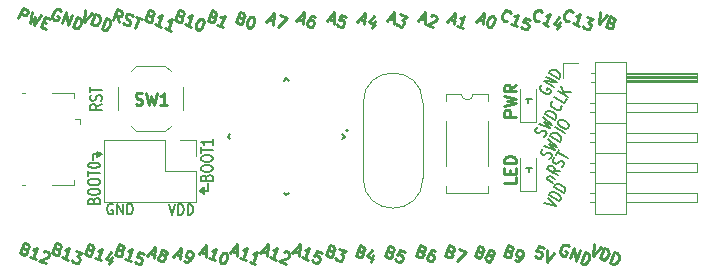
<source format=gto>
%TF.GenerationSoftware,KiCad,Pcbnew,4.0.7*%
%TF.CreationDate,2017-11-14T20:11:37+08:00*%
%TF.ProjectId,STM32F401CCT6,53544D333246343031434354362E6B69,rev?*%
%TF.FileFunction,Legend,Top*%
%FSLAX46Y46*%
G04 Gerber Fmt 4.6, Leading zero omitted, Abs format (unit mm)*
G04 Created by KiCad (PCBNEW 4.0.7) date 11/14/17 20:11:37*
%MOMM*%
%LPD*%
G01*
G04 APERTURE LIST*
%ADD10C,0.100000*%
%ADD11C,0.200000*%
%ADD12C,0.237500*%
%ADD13C,0.120000*%
%ADD14C,0.150000*%
%ADD15C,0.250000*%
G04 APERTURE END LIST*
D10*
D11*
X-6970000Y10790000D02*
X-6970000Y11130000D01*
X-7210000Y11130000D02*
X-6710000Y11130000D01*
X-6960000Y4960000D02*
X-6960000Y5300000D01*
X-7210000Y5300000D02*
X-6710000Y5300000D01*
X-5634228Y7914115D02*
X-5535846Y7989280D01*
X-5440608Y8154237D01*
X-5443752Y8244029D01*
X-5465943Y8300831D01*
X-5529374Y8381441D01*
X-5611853Y8429060D01*
X-5713379Y8443688D01*
X-5773666Y8434505D01*
X-5853001Y8392333D01*
X-5970431Y8284176D01*
X-6049766Y8242003D01*
X-6110052Y8232821D01*
X-6211578Y8247449D01*
X-6294057Y8295068D01*
X-6357488Y8375678D01*
X-6379680Y8432479D01*
X-6382823Y8522271D01*
X-6287585Y8687228D01*
X-6189203Y8762394D01*
X-6097109Y9017143D02*
X-5135846Y8682100D01*
X-5678245Y9171209D01*
X-4983465Y8946032D01*
X-5754252Y9610989D01*
X-4735846Y9374921D02*
X-5601871Y9874921D01*
X-5506633Y10039878D01*
X-5408251Y10115043D01*
X-5287677Y10133407D01*
X-5186151Y10118780D01*
X-5002146Y10056533D01*
X-4878427Y9985104D01*
X-4732518Y9856875D01*
X-4669087Y9776264D01*
X-4624704Y9662662D01*
X-4640608Y9539878D01*
X-4735846Y9374921D01*
X-4189753Y10511258D02*
X-4167561Y10454457D01*
X-4183465Y10331673D01*
X-4221560Y10265690D01*
X-4319942Y10190525D01*
X-4440516Y10172161D01*
X-4542042Y10186789D01*
X-4726046Y10249035D01*
X-4849765Y10320464D01*
X-4995675Y10448694D01*
X-5059106Y10529304D01*
X-5103489Y10642906D01*
X-5087585Y10765690D01*
X-5049490Y10831673D01*
X-4951108Y10906838D01*
X-4890821Y10916020D01*
X-3745369Y11090476D02*
X-3935846Y10760561D01*
X-4801871Y11260561D01*
X-3612036Y11321416D02*
X-4478061Y11821416D01*
X-3383465Y11717313D02*
X-4049765Y11706105D01*
X-4249490Y12217313D02*
X-3983189Y11535701D01*
X-42169523Y2200000D02*
X-42245714Y2242857D01*
X-42359999Y2242857D01*
X-42474285Y2200000D01*
X-42550476Y2114286D01*
X-42588571Y2028571D01*
X-42626666Y1857143D01*
X-42626666Y1728571D01*
X-42588571Y1557143D01*
X-42550476Y1471429D01*
X-42474285Y1385714D01*
X-42359999Y1342857D01*
X-42283809Y1342857D01*
X-42169523Y1385714D01*
X-42131428Y1428571D01*
X-42131428Y1728571D01*
X-42283809Y1728571D01*
X-41788571Y1342857D02*
X-41788571Y2242857D01*
X-41331428Y1342857D01*
X-41331428Y2242857D01*
X-40950476Y1342857D02*
X-40950476Y2242857D01*
X-40760000Y2242857D01*
X-40645714Y2200000D01*
X-40569523Y2114286D01*
X-40531428Y2028571D01*
X-40493333Y1857143D01*
X-40493333Y1728571D01*
X-40531428Y1557143D01*
X-40569523Y1471429D01*
X-40645714Y1385714D01*
X-40760000Y1342857D01*
X-40950476Y1342857D01*
X-34233429Y4475334D02*
X-34185810Y4589620D01*
X-34138190Y4627715D01*
X-34042952Y4665810D01*
X-33900095Y4665810D01*
X-33804857Y4627715D01*
X-33757238Y4589620D01*
X-33709619Y4513429D01*
X-33709619Y4208667D01*
X-34709619Y4208667D01*
X-34709619Y4475334D01*
X-34662000Y4551524D01*
X-34614381Y4589620D01*
X-34519143Y4627715D01*
X-34423905Y4627715D01*
X-34328667Y4589620D01*
X-34281048Y4551524D01*
X-34233429Y4475334D01*
X-34233429Y4208667D01*
X-34709619Y5161048D02*
X-34709619Y5313429D01*
X-34662000Y5389620D01*
X-34566762Y5465810D01*
X-34376286Y5503905D01*
X-34042952Y5503905D01*
X-33852476Y5465810D01*
X-33757238Y5389620D01*
X-33709619Y5313429D01*
X-33709619Y5161048D01*
X-33757238Y5084858D01*
X-33852476Y5008667D01*
X-34042952Y4970572D01*
X-34376286Y4970572D01*
X-34566762Y5008667D01*
X-34662000Y5084858D01*
X-34709619Y5161048D01*
X-34709619Y5999143D02*
X-34709619Y6151524D01*
X-34662000Y6227715D01*
X-34566762Y6303905D01*
X-34376286Y6342000D01*
X-34042952Y6342000D01*
X-33852476Y6303905D01*
X-33757238Y6227715D01*
X-33709619Y6151524D01*
X-33709619Y5999143D01*
X-33757238Y5922953D01*
X-33852476Y5846762D01*
X-34042952Y5808667D01*
X-34376286Y5808667D01*
X-34566762Y5846762D01*
X-34662000Y5922953D01*
X-34709619Y5999143D01*
X-34709619Y6570571D02*
X-34709619Y7027714D01*
X-33709619Y6799143D02*
X-34709619Y6799143D01*
X-33709619Y7713429D02*
X-33709619Y7256286D01*
X-33709619Y7484857D02*
X-34709619Y7484857D01*
X-34566762Y7408667D01*
X-34471524Y7332476D01*
X-34423905Y7256286D01*
X-43089619Y10683905D02*
X-43565810Y10417238D01*
X-43089619Y10226762D02*
X-44089619Y10226762D01*
X-44089619Y10531524D01*
X-44042000Y10607715D01*
X-43994381Y10645810D01*
X-43899143Y10683905D01*
X-43756286Y10683905D01*
X-43661048Y10645810D01*
X-43613429Y10607715D01*
X-43565810Y10531524D01*
X-43565810Y10226762D01*
X-43137238Y10988667D02*
X-43089619Y11102953D01*
X-43089619Y11293429D01*
X-43137238Y11369619D01*
X-43184857Y11407715D01*
X-43280095Y11445810D01*
X-43375333Y11445810D01*
X-43470571Y11407715D01*
X-43518190Y11369619D01*
X-43565810Y11293429D01*
X-43613429Y11141048D01*
X-43661048Y11064857D01*
X-43708667Y11026762D01*
X-43803905Y10988667D01*
X-43899143Y10988667D01*
X-43994381Y11026762D01*
X-44042000Y11064857D01*
X-44089619Y11141048D01*
X-44089619Y11331524D01*
X-44042000Y11445810D01*
X-44089619Y11674381D02*
X-44089619Y12131524D01*
X-43089619Y11902953D02*
X-44089619Y11902953D01*
X-43852000Y6112000D02*
X-43852000Y5942000D01*
X-34432000Y3112000D02*
X-34812000Y3362000D01*
X-34452000Y3632000D02*
X-34432000Y3112000D01*
X-34822000Y3322000D02*
X-34452000Y3632000D01*
X-34092000Y3362000D02*
X-34822000Y3322000D01*
X-34072000Y3992000D02*
X-34092000Y3362000D01*
X-43092000Y6432000D02*
X-43512000Y6662000D01*
X-43522000Y6192000D02*
X-43092000Y6432000D01*
X-43522000Y6652000D02*
X-43522000Y6192000D01*
X-43202000Y6462000D02*
X-43522000Y6652000D01*
X-43852000Y6452000D02*
X-43202000Y6462000D01*
X-43852000Y6122000D02*
X-43852000Y6452000D01*
X-43773429Y2505334D02*
X-43725810Y2619620D01*
X-43678190Y2657715D01*
X-43582952Y2695810D01*
X-43440095Y2695810D01*
X-43344857Y2657715D01*
X-43297238Y2619620D01*
X-43249619Y2543429D01*
X-43249619Y2238667D01*
X-44249619Y2238667D01*
X-44249619Y2505334D01*
X-44202000Y2581524D01*
X-44154381Y2619620D01*
X-44059143Y2657715D01*
X-43963905Y2657715D01*
X-43868667Y2619620D01*
X-43821048Y2581524D01*
X-43773429Y2505334D01*
X-43773429Y2238667D01*
X-44249619Y3191048D02*
X-44249619Y3343429D01*
X-44202000Y3419620D01*
X-44106762Y3495810D01*
X-43916286Y3533905D01*
X-43582952Y3533905D01*
X-43392476Y3495810D01*
X-43297238Y3419620D01*
X-43249619Y3343429D01*
X-43249619Y3191048D01*
X-43297238Y3114858D01*
X-43392476Y3038667D01*
X-43582952Y3000572D01*
X-43916286Y3000572D01*
X-44106762Y3038667D01*
X-44202000Y3114858D01*
X-44249619Y3191048D01*
X-44249619Y4029143D02*
X-44249619Y4181524D01*
X-44202000Y4257715D01*
X-44106762Y4333905D01*
X-43916286Y4372000D01*
X-43582952Y4372000D01*
X-43392476Y4333905D01*
X-43297238Y4257715D01*
X-43249619Y4181524D01*
X-43249619Y4029143D01*
X-43297238Y3952953D01*
X-43392476Y3876762D01*
X-43582952Y3838667D01*
X-43916286Y3838667D01*
X-44106762Y3876762D01*
X-44202000Y3952953D01*
X-44249619Y4029143D01*
X-44249619Y4600571D02*
X-44249619Y5057714D01*
X-43249619Y4829143D02*
X-44249619Y4829143D01*
X-44249619Y5476762D02*
X-44249619Y5552953D01*
X-44202000Y5629143D01*
X-44154381Y5667238D01*
X-44059143Y5705334D01*
X-43868667Y5743429D01*
X-43630571Y5743429D01*
X-43440095Y5705334D01*
X-43344857Y5667238D01*
X-43297238Y5629143D01*
X-43249619Y5552953D01*
X-43249619Y5476762D01*
X-43297238Y5400572D01*
X-43344857Y5362476D01*
X-43440095Y5324381D01*
X-43630571Y5286286D01*
X-43868667Y5286286D01*
X-44059143Y5324381D01*
X-44154381Y5362476D01*
X-44202000Y5400572D01*
X-44249619Y5476762D01*
X-37406667Y2212857D02*
X-37140000Y1312857D01*
X-36873333Y2212857D01*
X-36606667Y1312857D02*
X-36606667Y2212857D01*
X-36416191Y2212857D01*
X-36301905Y2170000D01*
X-36225714Y2084286D01*
X-36187619Y1998571D01*
X-36149524Y1827143D01*
X-36149524Y1698571D01*
X-36187619Y1527143D01*
X-36225714Y1441429D01*
X-36301905Y1355714D01*
X-36416191Y1312857D01*
X-36606667Y1312857D01*
X-35806667Y1312857D02*
X-35806667Y2212857D01*
X-35616191Y2212857D01*
X-35501905Y2170000D01*
X-35425714Y2084286D01*
X-35387619Y1998571D01*
X-35349524Y1827143D01*
X-35349524Y1698571D01*
X-35387619Y1527143D01*
X-35425714Y1441429D01*
X-35501905Y1355714D01*
X-35616191Y1312857D01*
X-35806667Y1312857D01*
X-5617585Y2290049D02*
X-4618227Y2020989D01*
X-5350918Y2751930D01*
X-4351560Y2482869D02*
X-5217585Y2982869D01*
X-5122347Y3147826D01*
X-5023965Y3222991D01*
X-4903391Y3241356D01*
X-4801865Y3226728D01*
X-4617861Y3164481D01*
X-4494142Y3093052D01*
X-4348232Y2964823D01*
X-4284801Y2884213D01*
X-4240418Y2770610D01*
X-4256322Y2647826D01*
X-4351560Y2482869D01*
X-3951560Y3175689D02*
X-4817585Y3675689D01*
X-4722347Y3840646D01*
X-4623965Y3915812D01*
X-4503391Y3934176D01*
X-4401865Y3919548D01*
X-4217861Y3857301D01*
X-4094142Y3785872D01*
X-3948232Y3657643D01*
X-3884801Y3577033D01*
X-3840418Y3463431D01*
X-3856322Y3340646D01*
X-3951560Y3175689D01*
X-5434149Y4358425D02*
X-4856798Y4025092D01*
X-5351670Y4310806D02*
X-5373862Y4367607D01*
X-5377006Y4457400D01*
X-5319863Y4556374D01*
X-5240528Y4598547D01*
X-5139002Y4583920D01*
X-4685370Y4322015D01*
X-4266322Y5047827D02*
X-4812049Y5054982D01*
X-4494893Y4651930D02*
X-5360918Y5151930D01*
X-5208537Y5415861D01*
X-5129203Y5458035D01*
X-5068916Y5467217D01*
X-4967390Y5452589D01*
X-4843672Y5381161D01*
X-4780241Y5300550D01*
X-4758049Y5243750D01*
X-4754906Y5153957D01*
X-4907287Y4890025D01*
X-4155180Y5335568D02*
X-4056798Y5410733D01*
X-3961560Y5575690D01*
X-3964704Y5665482D01*
X-3986895Y5722284D01*
X-4050326Y5802894D01*
X-4132805Y5850513D01*
X-4234331Y5865141D01*
X-4294618Y5855958D01*
X-4373953Y5813786D01*
X-4491383Y5705629D01*
X-4570718Y5663456D01*
X-4631004Y5654274D01*
X-4732530Y5668902D01*
X-4815009Y5716521D01*
X-4878440Y5797131D01*
X-4900632Y5853932D01*
X-4903775Y5943724D01*
X-4808537Y6108682D01*
X-4710155Y6183847D01*
X-4637109Y6405604D02*
X-4408537Y6801502D01*
X-3656798Y6103554D02*
X-4522823Y6603554D01*
X-5197085Y6059500D02*
X-5098703Y6134665D01*
X-5003465Y6299622D01*
X-5006609Y6389414D01*
X-5028800Y6446216D01*
X-5092231Y6526826D01*
X-5174710Y6574445D01*
X-5276236Y6589073D01*
X-5336523Y6579890D01*
X-5415858Y6537717D01*
X-5533288Y6429561D01*
X-5612623Y6387387D01*
X-5672909Y6378206D01*
X-5774435Y6392833D01*
X-5856914Y6440452D01*
X-5920345Y6521063D01*
X-5942537Y6577863D01*
X-5945680Y6667656D01*
X-5850442Y6832613D01*
X-5752060Y6907778D01*
X-5659966Y7162528D02*
X-4698703Y6827485D01*
X-5241102Y7316594D01*
X-4546322Y7091417D01*
X-5317109Y7756374D01*
X-4298703Y7520306D02*
X-5164728Y8020306D01*
X-5069490Y8185263D01*
X-4971108Y8260428D01*
X-4850534Y8278792D01*
X-4749008Y8264164D01*
X-4565003Y8201918D01*
X-4441284Y8130489D01*
X-4295375Y8002259D01*
X-4231944Y7921649D01*
X-4187561Y7808047D01*
X-4203465Y7685263D01*
X-4298703Y7520306D01*
X-3898703Y8213126D02*
X-4764728Y8713126D01*
X-4498061Y9175006D02*
X-4421871Y9306972D01*
X-4342536Y9349145D01*
X-4221963Y9367509D01*
X-4037958Y9305262D01*
X-3749282Y9138595D01*
X-3603373Y9010366D01*
X-3558989Y8896764D01*
X-3555846Y8806972D01*
X-3632036Y8675006D01*
X-3711370Y8632833D01*
X-3831944Y8614468D01*
X-4015949Y8676715D01*
X-4304625Y8843382D01*
X-4450534Y8971611D01*
X-4494917Y9085214D01*
X-4498061Y9175006D01*
X-5837774Y12272138D02*
X-5917109Y12229964D01*
X-5974251Y12130990D01*
X-5990155Y12008206D01*
X-5945772Y11894604D01*
X-5882341Y11813993D01*
X-5736432Y11685764D01*
X-5612713Y11614335D01*
X-5428708Y11552088D01*
X-5327182Y11537461D01*
X-5206608Y11555825D01*
X-5108226Y11630990D01*
X-5070131Y11696973D01*
X-5054227Y11819757D01*
X-5076419Y11876557D01*
X-5365094Y12043224D01*
X-5441284Y11911258D01*
X-4822512Y12125861D02*
X-5688537Y12625861D01*
X-4593941Y12521759D01*
X-5459966Y13021759D01*
X-4403465Y12851673D02*
X-5269490Y13351673D01*
X-5174252Y13516630D01*
X-5075870Y13591795D01*
X-4955296Y13610159D01*
X-4853770Y13595531D01*
X-4669765Y13533285D01*
X-4546046Y13461856D01*
X-4400137Y13333626D01*
X-4336706Y13253016D01*
X-4292323Y13139414D01*
X-4308227Y13016630D01*
X-4403465Y12851673D01*
D12*
X-50153481Y17949087D02*
X-49797605Y18829912D01*
X-49462052Y18694340D01*
X-49395111Y18618503D01*
X-49370112Y18559612D01*
X-49362061Y18458778D01*
X-49412901Y18332945D01*
X-49488738Y18266003D01*
X-49547629Y18241006D01*
X-49648464Y18232955D01*
X-49984016Y18368527D01*
X-49000668Y18507928D02*
X-49146824Y17542371D01*
X-48724850Y18103746D01*
X-48811271Y17406799D01*
X-48245675Y18202891D01*
X-48079588Y17647879D02*
X-47785980Y17529254D01*
X-47846559Y17017030D02*
X-48266000Y17186495D01*
X-47910124Y18067320D01*
X-47490683Y17897855D01*
X-46563166Y18571556D02*
X-46630108Y18647393D01*
X-46755940Y18698233D01*
X-46898718Y18707128D01*
X-47016499Y18657133D01*
X-47092337Y18590192D01*
X-47202067Y18439362D01*
X-47252906Y18313530D01*
X-47278748Y18128808D01*
X-47270697Y18027972D01*
X-47220702Y17910191D01*
X-47111816Y17817408D01*
X-47027928Y17783515D01*
X-46885149Y17774619D01*
X-46826259Y17799617D01*
X-46707633Y18093225D01*
X-46875410Y18161011D01*
X-46482656Y17563211D02*
X-46126780Y18444035D01*
X-45979327Y17359853D01*
X-45623451Y18240677D01*
X-45559888Y17190388D02*
X-45204011Y18071213D01*
X-44994291Y17986480D01*
X-44885405Y17893697D01*
X-44835410Y17775916D01*
X-44827358Y17675081D01*
X-44853201Y17490358D01*
X-44904040Y17364526D01*
X-45013770Y17213697D01*
X-45089608Y17146755D01*
X-45207389Y17096760D01*
X-45350167Y17105655D01*
X-45559888Y17190388D01*
X-44509549Y18676858D02*
X-44571816Y17677408D01*
X-43922332Y18439607D01*
X-43984600Y17440157D02*
X-43628724Y18320982D01*
X-43419003Y18236249D01*
X-43310118Y18143466D01*
X-43260123Y18025685D01*
X-43252071Y17924850D01*
X-43277913Y17740127D01*
X-43328753Y17614295D01*
X-43438482Y17463466D01*
X-43514320Y17396524D01*
X-43632101Y17346529D01*
X-43774880Y17355425D01*
X-43984600Y17440157D01*
X-43103776Y17084281D02*
X-42747899Y17965106D01*
X-42538179Y17880373D01*
X-42429293Y17787590D01*
X-42379298Y17669809D01*
X-42371246Y17568974D01*
X-42397089Y17384251D01*
X-42447928Y17258419D01*
X-42557658Y17107590D01*
X-42633496Y17040648D01*
X-42751277Y16990653D01*
X-42894055Y16999548D01*
X-43103776Y17084281D01*
X-41643348Y17636416D02*
X-41767492Y18174482D01*
X-42146677Y17839774D02*
X-41790801Y18720599D01*
X-41455248Y18585027D01*
X-41388307Y18509190D01*
X-41363309Y18450299D01*
X-41355258Y18349465D01*
X-41406097Y18223632D01*
X-41481934Y18156691D01*
X-41540825Y18131694D01*
X-41641660Y18123643D01*
X-41977212Y18259215D01*
X-41290850Y17542789D02*
X-41181964Y17450005D01*
X-40972244Y17365273D01*
X-40871410Y17373324D01*
X-40812519Y17398321D01*
X-40736681Y17465262D01*
X-40702788Y17549151D01*
X-40710840Y17649986D01*
X-40735838Y17708876D01*
X-40802779Y17784713D01*
X-40953608Y17894443D01*
X-41020550Y17970280D01*
X-41045548Y18029170D01*
X-41053599Y18130006D01*
X-41019706Y18213893D01*
X-40943869Y18280835D01*
X-40884978Y18305832D01*
X-40784143Y18313883D01*
X-40574424Y18229151D01*
X-40465537Y18136367D01*
X-40196927Y18076632D02*
X-39693599Y17873275D01*
X-40301139Y17094129D02*
X-39945263Y17974953D01*
X-38970545Y18126426D02*
X-38861660Y18033643D01*
X-38836661Y17974752D01*
X-38828610Y17873918D01*
X-38879450Y17748085D01*
X-38955287Y17681143D01*
X-39014178Y17656146D01*
X-39115013Y17648095D01*
X-39450565Y17783667D01*
X-39094689Y18664492D01*
X-38801080Y18545866D01*
X-38734139Y18470030D01*
X-38709141Y18411139D01*
X-38701089Y18310304D01*
X-38734982Y18226417D01*
X-38810820Y18159475D01*
X-38869711Y18134477D01*
X-38970545Y18126426D01*
X-39264154Y18245052D01*
X-38108355Y17241379D02*
X-38611684Y17444737D01*
X-38360020Y17343058D02*
X-38004143Y18223883D01*
X-38138871Y18131944D01*
X-38256651Y18081949D01*
X-38357487Y18073898D01*
X-37269474Y16902449D02*
X-37772804Y17105808D01*
X-37521139Y17004129D02*
X-37165263Y17884953D01*
X-37299990Y17793014D01*
X-37417771Y17743019D01*
X-37518606Y17734969D01*
X-36420545Y18116426D02*
X-36311660Y18023643D01*
X-36286661Y17964752D01*
X-36278610Y17863918D01*
X-36329450Y17738085D01*
X-36405287Y17671143D01*
X-36464178Y17646146D01*
X-36565013Y17638095D01*
X-36900565Y17773667D01*
X-36544689Y18654492D01*
X-36251080Y18535866D01*
X-36184139Y18460030D01*
X-36159141Y18401139D01*
X-36151089Y18300304D01*
X-36184982Y18216417D01*
X-36260820Y18149475D01*
X-36319711Y18124477D01*
X-36420545Y18116426D01*
X-36714154Y18235052D01*
X-35558355Y17231379D02*
X-36061684Y17434737D01*
X-35810020Y17333058D02*
X-35454143Y18213883D01*
X-35588871Y18121944D01*
X-35706651Y18071949D01*
X-35807487Y18063898D01*
X-34657207Y17891900D02*
X-34573319Y17858007D01*
X-34506377Y17782170D01*
X-34481380Y17723280D01*
X-34473329Y17622445D01*
X-34499170Y17437722D01*
X-34583902Y17228002D01*
X-34693633Y17077172D01*
X-34769470Y17010231D01*
X-34828361Y16985233D01*
X-34929195Y16977182D01*
X-35013083Y17011075D01*
X-35080024Y17086912D01*
X-35105022Y17145802D01*
X-35113074Y17246637D01*
X-35087232Y17431360D01*
X-35002499Y17641080D01*
X-34892769Y17791910D01*
X-34816931Y17858851D01*
X-34758041Y17883849D01*
X-34657207Y17891900D01*
X-33661105Y18076961D02*
X-33552219Y17984178D01*
X-33527221Y17925287D01*
X-33519170Y17824453D01*
X-33570010Y17698620D01*
X-33645847Y17631679D01*
X-33704738Y17606681D01*
X-33805572Y17598630D01*
X-34141125Y17734202D01*
X-33785248Y18615027D01*
X-33491640Y18496401D01*
X-33424698Y18420565D01*
X-33399701Y18361674D01*
X-33391649Y18260840D01*
X-33425542Y18176952D01*
X-33501380Y18110010D01*
X-33560270Y18085012D01*
X-33661105Y18076961D01*
X-33954713Y18195587D01*
X-32798915Y17191914D02*
X-33302244Y17395273D01*
X-33050579Y17293593D02*
X-32694703Y18174418D01*
X-32829430Y18082479D01*
X-32947211Y18032484D01*
X-33048046Y18024434D01*
X-31281105Y17956961D02*
X-31172219Y17864178D01*
X-31147221Y17805287D01*
X-31139170Y17704453D01*
X-31190010Y17578620D01*
X-31265847Y17511679D01*
X-31324738Y17486681D01*
X-31425572Y17478630D01*
X-31761125Y17614202D01*
X-31405248Y18495027D01*
X-31111640Y18376401D01*
X-31044698Y18300565D01*
X-31019701Y18241674D01*
X-31011649Y18140840D01*
X-31045542Y18056952D01*
X-31121380Y17990010D01*
X-31180270Y17965012D01*
X-31281105Y17956961D01*
X-31574713Y18075587D01*
X-30356647Y18071365D02*
X-30272759Y18037472D01*
X-30205818Y17961635D01*
X-30180820Y17902744D01*
X-30172769Y17801910D01*
X-30198610Y17617187D01*
X-30283343Y17407467D01*
X-30393074Y17256637D01*
X-30468911Y17189696D01*
X-30527801Y17164698D01*
X-30628635Y17156647D01*
X-30712523Y17190540D01*
X-30779465Y17266377D01*
X-30804462Y17325267D01*
X-30812514Y17426102D01*
X-30786672Y17610825D01*
X-30701940Y17820545D01*
X-30592210Y17971375D01*
X-30516372Y18038316D01*
X-30457481Y18063314D01*
X-30356647Y18071365D01*
X-29008474Y17867394D02*
X-28589033Y17697929D01*
X-29194041Y17649622D02*
X-28544556Y18411821D01*
X-28606824Y17412371D01*
X-28041228Y18208463D02*
X-27454010Y17971212D01*
X-28187383Y17242906D01*
X-26448474Y17917394D02*
X-26029033Y17747929D01*
X-26634041Y17699622D02*
X-25984556Y18461821D01*
X-26046824Y17462371D01*
X-25019843Y18072052D02*
X-25187619Y18139838D01*
X-25288453Y18131787D01*
X-25347344Y18106789D01*
X-25482072Y18014851D01*
X-25591802Y17864020D01*
X-25727374Y17528468D01*
X-25719323Y17427634D01*
X-25694325Y17368743D01*
X-25627383Y17292906D01*
X-25459607Y17225120D01*
X-25358773Y17233171D01*
X-25299883Y17258169D01*
X-25224045Y17325110D01*
X-25139312Y17534830D01*
X-25147364Y17635665D01*
X-25172362Y17694556D01*
X-25239303Y17770392D01*
X-25407079Y17838178D01*
X-25507913Y17830127D01*
X-25566805Y17805130D01*
X-25642641Y17738189D01*
X-23858474Y17917394D02*
X-23439033Y17747929D01*
X-24044041Y17699622D02*
X-23394556Y18461821D01*
X-23456824Y17462371D01*
X-22387899Y18055106D02*
X-22807340Y18224570D01*
X-23018748Y17822077D01*
X-22959858Y17847074D01*
X-22859023Y17855125D01*
X-22649303Y17770392D01*
X-22582362Y17694556D01*
X-22557364Y17635665D01*
X-22549312Y17534830D01*
X-22634045Y17325110D01*
X-22709883Y17258169D01*
X-22768773Y17233171D01*
X-22869607Y17225120D01*
X-23079327Y17309853D01*
X-23146269Y17385690D01*
X-23171267Y17444580D01*
X-21268474Y17897394D02*
X-20849033Y17727929D01*
X-21454041Y17679622D02*
X-20804556Y18441821D01*
X-20866824Y17442371D01*
X-19958469Y17758443D02*
X-20195719Y17171227D01*
X-20032616Y18178728D02*
X-20496534Y17634301D01*
X-19951261Y17413996D01*
X-18788474Y17937394D02*
X-18369033Y17767929D01*
X-18974041Y17719622D02*
X-18324556Y18481821D01*
X-18386824Y17482371D01*
X-17821228Y18278463D02*
X-17275954Y18058159D01*
X-17705135Y17841232D01*
X-17579303Y17790392D01*
X-17512362Y17714556D01*
X-17487364Y17655665D01*
X-17479312Y17554830D01*
X-17564045Y17345110D01*
X-17639883Y17278169D01*
X-17698773Y17253171D01*
X-17799607Y17245120D01*
X-18051271Y17346799D01*
X-18118213Y17422636D01*
X-18143211Y17481527D01*
X-16168474Y17937394D02*
X-15749033Y17767929D01*
X-16354041Y17719622D02*
X-15704556Y18481821D01*
X-15766824Y17482371D01*
X-15193176Y18177629D02*
X-15134286Y18202627D01*
X-15033451Y18210677D01*
X-14823731Y18125945D01*
X-14756790Y18050108D01*
X-14731792Y17991218D01*
X-14723740Y17890383D01*
X-14757633Y17806495D01*
X-14850418Y17697609D01*
X-15557104Y17397639D01*
X-15011831Y17177334D01*
X-13648474Y17887394D02*
X-13229033Y17717929D01*
X-13834041Y17669622D02*
X-13184556Y18431821D01*
X-13246824Y17432371D01*
X-12491831Y17127334D02*
X-12995160Y17330692D01*
X-12743495Y17229013D02*
X-12387619Y18109838D01*
X-12522346Y18017899D01*
X-12640127Y17967904D01*
X-12740962Y17959853D01*
X-11228474Y17887394D02*
X-10809033Y17717929D01*
X-11414041Y17669622D02*
X-10764556Y18431821D01*
X-10826824Y17432371D01*
X-10009563Y18126784D02*
X-9925675Y18092891D01*
X-9858734Y18017055D01*
X-9833736Y17958164D01*
X-9825685Y17857330D01*
X-9851526Y17672606D01*
X-9936259Y17462887D01*
X-10045990Y17312057D01*
X-10121827Y17245115D01*
X-10180717Y17220118D01*
X-10281551Y17212067D01*
X-10365439Y17245960D01*
X-10432381Y17321796D01*
X-10457378Y17380687D01*
X-10465430Y17481522D01*
X-10439588Y17666245D01*
X-10354856Y17875964D01*
X-10245125Y18026795D01*
X-10169288Y18093736D01*
X-10110397Y18118733D01*
X-10009563Y18126784D01*
X-8763343Y17714197D02*
X-8822233Y17689199D01*
X-8965013Y17698095D01*
X-9048900Y17731988D01*
X-9157786Y17824771D01*
X-9207781Y17942552D01*
X-9215832Y18043388D01*
X-9189991Y18228110D01*
X-9139151Y18353942D01*
X-9029421Y18504772D01*
X-8953583Y18571713D01*
X-8835802Y18621708D01*
X-8693024Y18612813D01*
X-8609136Y18578920D01*
X-8500250Y18486136D01*
X-8475252Y18427246D01*
X-7958355Y17291379D02*
X-8461684Y17494737D01*
X-8210020Y17393058D02*
X-7854143Y18273883D01*
X-7988871Y18181944D01*
X-8106651Y18131949D01*
X-8207487Y18123898D01*
X-6805543Y17850221D02*
X-7224983Y18019686D01*
X-7436392Y17617192D01*
X-7377502Y17642189D01*
X-7276667Y17650240D01*
X-7066947Y17565508D01*
X-7000005Y17489671D01*
X-6975008Y17430781D01*
X-6966956Y17329946D01*
X-7051689Y17120225D01*
X-7127526Y17053284D01*
X-7186417Y17028287D01*
X-7287251Y17020236D01*
X-7496971Y17104968D01*
X-7563913Y17180805D01*
X-7588911Y17239696D01*
X-6083343Y17744197D02*
X-6142233Y17719199D01*
X-6285013Y17728095D01*
X-6368900Y17761988D01*
X-6477786Y17854771D01*
X-6527781Y17972552D01*
X-6535832Y18073388D01*
X-6509991Y18258110D01*
X-6459151Y18383942D01*
X-6349421Y18534772D01*
X-6273583Y18601713D01*
X-6155802Y18651708D01*
X-6013024Y18642813D01*
X-5929136Y18608920D01*
X-5820250Y18516136D01*
X-5795252Y18457246D01*
X-5278355Y17321379D02*
X-5781684Y17524737D01*
X-5530020Y17423058D02*
X-5174143Y18303883D01*
X-5308871Y18211944D01*
X-5426651Y18161949D01*
X-5527487Y18153898D01*
X-4286112Y17603559D02*
X-4523363Y17016343D01*
X-4360260Y18023844D02*
X-4824178Y17479416D01*
X-4278905Y17259112D01*
X-3503343Y17734197D02*
X-3562233Y17709199D01*
X-3705013Y17718095D01*
X-3788900Y17751988D01*
X-3897786Y17844771D01*
X-3947781Y17962552D01*
X-3955832Y18063388D01*
X-3929991Y18248110D01*
X-3879151Y18373942D01*
X-3769421Y18524772D01*
X-3693583Y18591713D01*
X-3575802Y18641708D01*
X-3433024Y18632813D01*
X-3349136Y18598920D01*
X-3240250Y18506136D01*
X-3215252Y18447246D01*
X-2698355Y17311379D02*
X-3201684Y17514737D01*
X-2950020Y17413058D02*
X-2594143Y18293883D01*
X-2728871Y18201944D01*
X-2846651Y18151949D01*
X-2947487Y18143898D01*
X-2048871Y18073579D02*
X-1503598Y17853274D01*
X-1932779Y17636347D01*
X-1806947Y17585508D01*
X-1740005Y17509671D01*
X-1715008Y17450781D01*
X-1706956Y17349946D01*
X-1791689Y17140225D01*
X-1867526Y17073284D01*
X-1926417Y17048287D01*
X-2027251Y17040236D01*
X-2278915Y17141914D01*
X-2345857Y17217752D01*
X-2370855Y17276642D01*
X-949136Y18478920D02*
X-1011404Y17479470D01*
X-361919Y18241669D01*
X55832Y17584978D02*
X164717Y17492194D01*
X189716Y17433304D01*
X197767Y17332469D01*
X146927Y17206637D01*
X71090Y17139695D01*
X12199Y17114698D01*
X-88635Y17106647D01*
X-424188Y17242219D01*
X-68312Y18123044D01*
X225297Y18004418D01*
X292238Y17928581D01*
X317236Y17869691D01*
X325288Y17768856D01*
X291395Y17684968D01*
X215557Y17618026D01*
X156666Y17593029D01*
X55832Y17584978D01*
X-237777Y17703603D01*
X-49540545Y-1573574D02*
X-49431660Y-1666357D01*
X-49406661Y-1725248D01*
X-49398610Y-1826082D01*
X-49449450Y-1951915D01*
X-49525287Y-2018857D01*
X-49584178Y-2043854D01*
X-49685013Y-2051905D01*
X-50020565Y-1916333D01*
X-49664689Y-1035508D01*
X-49371080Y-1154134D01*
X-49304139Y-1229970D01*
X-49279141Y-1288861D01*
X-49271089Y-1389696D01*
X-49304982Y-1473583D01*
X-49380820Y-1540525D01*
X-49439711Y-1565523D01*
X-49540545Y-1573574D01*
X-49834154Y-1454948D01*
X-48678355Y-2458621D02*
X-49181684Y-2255263D01*
X-48930020Y-2356942D02*
X-48574143Y-1476117D01*
X-48708871Y-1568056D01*
X-48826651Y-1618051D01*
X-48927487Y-1626102D01*
X-48020820Y-1797256D02*
X-47961930Y-1772258D01*
X-47861095Y-1764207D01*
X-47651375Y-1848940D01*
X-47584433Y-1924777D01*
X-47559436Y-1983667D01*
X-47551384Y-2084502D01*
X-47585277Y-2168390D01*
X-47678061Y-2277275D01*
X-48384748Y-2577246D01*
X-47839474Y-2797551D01*
X-46830545Y-1603574D02*
X-46721660Y-1696357D01*
X-46696661Y-1755248D01*
X-46688610Y-1856082D01*
X-46739450Y-1981915D01*
X-46815287Y-2048857D01*
X-46874178Y-2073854D01*
X-46975013Y-2081905D01*
X-47310565Y-1946333D01*
X-46954689Y-1065508D01*
X-46661080Y-1184134D01*
X-46594139Y-1259970D01*
X-46569141Y-1318861D01*
X-46561089Y-1419696D01*
X-46594982Y-1503583D01*
X-46670820Y-1570525D01*
X-46729711Y-1595523D01*
X-46830545Y-1603574D01*
X-47124154Y-1484948D01*
X-45968355Y-2488621D02*
X-46471684Y-2285263D01*
X-46220020Y-2386942D02*
X-45864143Y-1506117D01*
X-45998871Y-1598056D01*
X-46116651Y-1648051D01*
X-46217487Y-1656102D01*
X-45318871Y-1726421D02*
X-44773598Y-1946726D01*
X-45202779Y-2163653D01*
X-45076947Y-2214492D01*
X-45010005Y-2290329D01*
X-44985008Y-2349219D01*
X-44976956Y-2450054D01*
X-45061689Y-2659775D01*
X-45137526Y-2726716D01*
X-45196417Y-2751713D01*
X-45297251Y-2759764D01*
X-45548915Y-2658086D01*
X-45615857Y-2582248D01*
X-45640855Y-2523358D01*
X-44060545Y-1663574D02*
X-43951660Y-1756357D01*
X-43926661Y-1815248D01*
X-43918610Y-1916082D01*
X-43969450Y-2041915D01*
X-44045287Y-2108857D01*
X-44104178Y-2133854D01*
X-44205013Y-2141905D01*
X-44540565Y-2006333D01*
X-44184689Y-1125508D01*
X-43891080Y-1244134D01*
X-43824139Y-1319970D01*
X-43799141Y-1378861D01*
X-43791089Y-1479696D01*
X-43824982Y-1563583D01*
X-43900820Y-1630525D01*
X-43959711Y-1655523D01*
X-44060545Y-1663574D01*
X-44354154Y-1544948D01*
X-43198355Y-2548621D02*
X-43701684Y-2345263D01*
X-43450020Y-2446942D02*
X-43094143Y-1566117D01*
X-43228871Y-1658056D01*
X-43346651Y-1708051D01*
X-43447487Y-1716102D01*
X-42206112Y-2266441D02*
X-42443363Y-2853657D01*
X-42280260Y-1846156D02*
X-42744178Y-2390584D01*
X-42198905Y-2610888D01*
X-41510545Y-1703574D02*
X-41401660Y-1796357D01*
X-41376661Y-1855248D01*
X-41368610Y-1956082D01*
X-41419450Y-2081915D01*
X-41495287Y-2148857D01*
X-41554178Y-2173854D01*
X-41655013Y-2181905D01*
X-41990565Y-2046333D01*
X-41634689Y-1165508D01*
X-41341080Y-1284134D01*
X-41274139Y-1359970D01*
X-41249141Y-1418861D01*
X-41241089Y-1519696D01*
X-41274982Y-1603583D01*
X-41350820Y-1670525D01*
X-41409711Y-1695523D01*
X-41510545Y-1703574D01*
X-41804154Y-1584948D01*
X-40648355Y-2588621D02*
X-41151684Y-2385263D01*
X-40900020Y-2486942D02*
X-40544143Y-1606117D01*
X-40678871Y-1698056D01*
X-40796651Y-1748051D01*
X-40897487Y-1756102D01*
X-39495543Y-2029779D02*
X-39914983Y-1860314D01*
X-40126392Y-2262808D01*
X-40067502Y-2237811D01*
X-39966667Y-2229760D01*
X-39756947Y-2314492D01*
X-39690005Y-2390329D01*
X-39665008Y-2449219D01*
X-39656956Y-2550054D01*
X-39741689Y-2759775D01*
X-39817526Y-2826716D01*
X-39876417Y-2851713D01*
X-39977251Y-2859764D01*
X-40186971Y-2775032D01*
X-40253913Y-2699195D01*
X-40278911Y-2640304D01*
X-39048474Y-1922606D02*
X-38629033Y-2092071D01*
X-39234041Y-2140378D02*
X-38584556Y-1378179D01*
X-38646824Y-2377629D01*
X-38024025Y-2043766D02*
X-38090967Y-1967929D01*
X-38115965Y-1909038D01*
X-38124016Y-1808203D01*
X-38107069Y-1766259D01*
X-38031233Y-1699317D01*
X-37972341Y-1674320D01*
X-37871507Y-1666269D01*
X-37703731Y-1734055D01*
X-37636790Y-1809892D01*
X-37611792Y-1868782D01*
X-37603740Y-1969617D01*
X-37620687Y-2011561D01*
X-37696525Y-2078503D01*
X-37755415Y-2103500D01*
X-37856250Y-2111552D01*
X-38024025Y-2043766D01*
X-38124860Y-2051817D01*
X-38183751Y-2076814D01*
X-38259588Y-2143755D01*
X-38327374Y-2311532D01*
X-38319323Y-2412366D01*
X-38294325Y-2471257D01*
X-38227383Y-2547094D01*
X-38059607Y-2614880D01*
X-37958773Y-2606829D01*
X-37899883Y-2581831D01*
X-37824045Y-2514890D01*
X-37756259Y-2347113D01*
X-37764311Y-2246279D01*
X-37789308Y-2187388D01*
X-37856250Y-2111552D01*
X-36838474Y-2002606D02*
X-36419033Y-2172071D01*
X-37024041Y-2220378D02*
X-36374556Y-1458179D01*
X-36436824Y-2457629D01*
X-36101271Y-2593201D02*
X-35933495Y-2660987D01*
X-35832661Y-2652936D01*
X-35773771Y-2627938D01*
X-35639043Y-2535998D01*
X-35529312Y-2385170D01*
X-35393740Y-2049617D01*
X-35401792Y-1948782D01*
X-35426790Y-1889892D01*
X-35493731Y-1814055D01*
X-35661507Y-1746269D01*
X-35762341Y-1754320D01*
X-35821233Y-1779317D01*
X-35897069Y-1846259D01*
X-35981802Y-2055980D01*
X-35973751Y-2156814D01*
X-35948753Y-2215705D01*
X-35881811Y-2291541D01*
X-35714035Y-2359327D01*
X-35613201Y-2351276D01*
X-35554311Y-2326279D01*
X-35478473Y-2259338D01*
X-34707914Y-1793141D02*
X-34288474Y-1962606D01*
X-34893481Y-2010913D02*
X-34243996Y-1248714D01*
X-34306264Y-2248164D01*
X-33551271Y-2553201D02*
X-34054600Y-2349843D01*
X-33802936Y-2451522D02*
X-33447059Y-1570697D01*
X-33581787Y-1662636D01*
X-33699567Y-1712631D01*
X-33800403Y-1720682D01*
X-32650123Y-1892681D02*
X-32566235Y-1926574D01*
X-32499293Y-2002410D01*
X-32474296Y-2061301D01*
X-32466245Y-2162135D01*
X-32492086Y-2346859D01*
X-32576818Y-2556578D01*
X-32686549Y-2707408D01*
X-32762386Y-2774350D01*
X-32821277Y-2799347D01*
X-32922111Y-2807398D01*
X-33005999Y-2773505D01*
X-33072940Y-2697668D01*
X-33097938Y-2638778D01*
X-33105990Y-2537943D01*
X-33080147Y-2353220D01*
X-32995415Y-2143500D01*
X-32885685Y-1992670D01*
X-32809847Y-1925729D01*
X-32750957Y-1900732D01*
X-32650123Y-1892681D01*
X-32077914Y-1743141D02*
X-31658474Y-1912606D01*
X-32263481Y-1960913D02*
X-31613996Y-1198714D01*
X-31676264Y-2198164D01*
X-30921271Y-2503201D02*
X-31424600Y-2299843D01*
X-31172936Y-2401522D02*
X-30817059Y-1520697D01*
X-30951787Y-1612636D01*
X-31069567Y-1662631D01*
X-31170403Y-1670682D01*
X-30082390Y-2842131D02*
X-30585719Y-2638773D01*
X-30334055Y-2740452D02*
X-29978179Y-1859627D01*
X-30112906Y-1951566D01*
X-30230687Y-2001561D01*
X-30331522Y-2009612D01*
X-29507914Y-1723141D02*
X-29088474Y-1892606D01*
X-29693481Y-1940913D02*
X-29043996Y-1178714D01*
X-29106264Y-2178164D01*
X-28351271Y-2483201D02*
X-28854600Y-2279843D01*
X-28602936Y-2381522D02*
X-28247059Y-1500697D01*
X-28381787Y-1592636D01*
X-28499567Y-1642631D01*
X-28600403Y-1650682D01*
X-27693736Y-1821836D02*
X-27634846Y-1796838D01*
X-27534010Y-1788788D01*
X-27324291Y-1873520D01*
X-27257349Y-1949357D01*
X-27232352Y-2008247D01*
X-27224300Y-2109082D01*
X-27258193Y-2192970D01*
X-27350977Y-2301856D01*
X-28057663Y-2601826D01*
X-27512390Y-2822131D01*
X-26797914Y-1713141D02*
X-26378474Y-1882606D01*
X-26983481Y-1930913D02*
X-26333996Y-1168714D01*
X-26396264Y-2168164D01*
X-25641271Y-2473201D02*
X-26144600Y-2269843D01*
X-25892936Y-2371522D02*
X-25537059Y-1490697D01*
X-25671787Y-1582636D01*
X-25789567Y-1632631D01*
X-25890403Y-1640682D01*
X-24488459Y-1914359D02*
X-24907899Y-1744894D01*
X-25119308Y-2147388D01*
X-25060418Y-2122391D01*
X-24959582Y-2114340D01*
X-24749863Y-2199072D01*
X-24682921Y-2274909D01*
X-24657924Y-2333800D01*
X-24649872Y-2434634D01*
X-24734605Y-2644355D01*
X-24810442Y-2711296D01*
X-24869333Y-2736294D01*
X-24970167Y-2744345D01*
X-25179887Y-2659612D01*
X-25246829Y-2583775D01*
X-25271827Y-2524885D01*
X-23661105Y-1773039D02*
X-23552219Y-1865822D01*
X-23527221Y-1924713D01*
X-23519170Y-2025547D01*
X-23570010Y-2151380D01*
X-23645847Y-2218321D01*
X-23704738Y-2243319D01*
X-23805572Y-2251370D01*
X-24141125Y-2115798D01*
X-23785248Y-1234973D01*
X-23491640Y-1353599D01*
X-23424698Y-1429435D01*
X-23399701Y-1488326D01*
X-23391649Y-1589160D01*
X-23425542Y-1673048D01*
X-23501380Y-1739990D01*
X-23560270Y-1764988D01*
X-23661105Y-1773039D01*
X-23954713Y-1654413D01*
X-22988312Y-1556956D02*
X-22443038Y-1777261D01*
X-22872219Y-1994188D01*
X-22746387Y-2045027D01*
X-22679446Y-2120864D01*
X-22654448Y-2179754D01*
X-22646396Y-2280589D01*
X-22731129Y-2490310D01*
X-22806967Y-2557251D01*
X-22865857Y-2582248D01*
X-22966691Y-2590299D01*
X-23218355Y-2488621D01*
X-23285297Y-2412783D01*
X-23310295Y-2353893D01*
X-21121105Y-1793039D02*
X-21012219Y-1885822D01*
X-20987221Y-1944713D01*
X-20979170Y-2045547D01*
X-21030010Y-2171380D01*
X-21105847Y-2238321D01*
X-21164738Y-2263319D01*
X-21265572Y-2271370D01*
X-21601125Y-2135798D01*
X-21245248Y-1254973D01*
X-20951640Y-1373599D01*
X-20884698Y-1449435D01*
X-20859701Y-1508326D01*
X-20851649Y-1609160D01*
X-20885542Y-1693048D01*
X-20961380Y-1759990D01*
X-21020270Y-1784988D01*
X-21121105Y-1793039D01*
X-21414713Y-1674413D01*
X-20105553Y-2056976D02*
X-20342804Y-2644192D01*
X-20179701Y-1636691D02*
X-20643618Y-2181119D01*
X-20098345Y-2401424D01*
X-18641105Y-1843039D02*
X-18532219Y-1935822D01*
X-18507221Y-1994713D01*
X-18499170Y-2095547D01*
X-18550010Y-2221380D01*
X-18625847Y-2288321D01*
X-18684738Y-2313319D01*
X-18785572Y-2321370D01*
X-19121125Y-2185798D01*
X-18765248Y-1304973D01*
X-18471640Y-1423599D01*
X-18404698Y-1499435D01*
X-18379701Y-1558326D01*
X-18371649Y-1659160D01*
X-18405542Y-1743048D01*
X-18481380Y-1809990D01*
X-18540270Y-1834988D01*
X-18641105Y-1843039D01*
X-18934713Y-1724413D01*
X-17464983Y-1830314D02*
X-17884424Y-1660849D01*
X-18095833Y-2063343D01*
X-18036942Y-2038346D01*
X-17936107Y-2030295D01*
X-17726387Y-2115027D01*
X-17659446Y-2190864D01*
X-17634448Y-2249754D01*
X-17626396Y-2350589D01*
X-17711129Y-2560310D01*
X-17786967Y-2627251D01*
X-17845857Y-2652248D01*
X-17946691Y-2660299D01*
X-18156411Y-2575567D01*
X-18223354Y-2499730D01*
X-18248351Y-2440840D01*
X-15991105Y-1793039D02*
X-15882219Y-1885822D01*
X-15857221Y-1944713D01*
X-15849170Y-2045547D01*
X-15900010Y-2171380D01*
X-15975847Y-2238321D01*
X-16034738Y-2263319D01*
X-16135572Y-2271370D01*
X-16471125Y-2135798D01*
X-16115248Y-1254973D01*
X-15821640Y-1373599D01*
X-15754698Y-1449435D01*
X-15729701Y-1508326D01*
X-15721649Y-1609160D01*
X-15755542Y-1693048D01*
X-15831380Y-1759990D01*
X-15890270Y-1784988D01*
X-15991105Y-1793039D01*
X-16284713Y-1674413D01*
X-14856927Y-1763368D02*
X-15024703Y-1695582D01*
X-15125537Y-1703633D01*
X-15184428Y-1728630D01*
X-15319156Y-1820569D01*
X-15428886Y-1971399D01*
X-15564458Y-2306952D01*
X-15556407Y-2407786D01*
X-15531409Y-2466677D01*
X-15464467Y-2542514D01*
X-15296691Y-2610299D01*
X-15195857Y-2602248D01*
X-15136967Y-2577251D01*
X-15061129Y-2510310D01*
X-14976396Y-2300589D01*
X-14984448Y-2199754D01*
X-15009446Y-2140864D01*
X-15076387Y-2065027D01*
X-15244163Y-1997241D01*
X-15344997Y-2005292D01*
X-15403889Y-2030290D01*
X-15479725Y-2097231D01*
X-13541105Y-1813039D02*
X-13432219Y-1905822D01*
X-13407221Y-1964713D01*
X-13399170Y-2065547D01*
X-13450010Y-2191380D01*
X-13525847Y-2258321D01*
X-13584738Y-2283319D01*
X-13685572Y-2291370D01*
X-14021125Y-2155798D01*
X-13665248Y-1274973D01*
X-13371640Y-1393599D01*
X-13304698Y-1469435D01*
X-13279701Y-1528326D01*
X-13271649Y-1629160D01*
X-13305542Y-1713048D01*
X-13381380Y-1779990D01*
X-13440270Y-1804988D01*
X-13541105Y-1813039D01*
X-13834713Y-1694413D01*
X-12868312Y-1596956D02*
X-12281095Y-1834207D01*
X-13014467Y-2562514D01*
X-11041105Y-1823039D02*
X-10932219Y-1915822D01*
X-10907221Y-1974713D01*
X-10899170Y-2075547D01*
X-10950010Y-2201380D01*
X-11025847Y-2268321D01*
X-11084738Y-2293319D01*
X-11185572Y-2301370D01*
X-11521125Y-2165798D01*
X-11165248Y-1284973D01*
X-10871640Y-1403599D01*
X-10804698Y-1479435D01*
X-10779701Y-1538326D01*
X-10771649Y-1639160D01*
X-10805542Y-1723048D01*
X-10881380Y-1789990D01*
X-10940270Y-1814988D01*
X-11041105Y-1823039D01*
X-11334713Y-1704413D01*
X-10311109Y-2069185D02*
X-10378051Y-1993349D01*
X-10403049Y-1934458D01*
X-10411100Y-1833622D01*
X-10394153Y-1791679D01*
X-10318317Y-1724737D01*
X-10259425Y-1699740D01*
X-10158591Y-1691689D01*
X-9990815Y-1759475D01*
X-9923874Y-1835312D01*
X-9898876Y-1894202D01*
X-9890824Y-1995037D01*
X-9907771Y-2036981D01*
X-9983609Y-2103923D01*
X-10042499Y-2128920D01*
X-10143334Y-2136971D01*
X-10311109Y-2069185D01*
X-10411944Y-2077236D01*
X-10470835Y-2102234D01*
X-10546672Y-2169175D01*
X-10614458Y-2336952D01*
X-10606407Y-2437786D01*
X-10581409Y-2496677D01*
X-10514467Y-2572514D01*
X-10346691Y-2640299D01*
X-10245857Y-2632248D01*
X-10186967Y-2607251D01*
X-10111129Y-2540310D01*
X-10043343Y-2372533D01*
X-10051395Y-2271698D01*
X-10076392Y-2212808D01*
X-10143334Y-2136971D01*
X-8561105Y-1793039D02*
X-8452219Y-1885822D01*
X-8427221Y-1944713D01*
X-8419170Y-2045547D01*
X-8470010Y-2171380D01*
X-8545847Y-2238321D01*
X-8604738Y-2263319D01*
X-8705572Y-2271370D01*
X-9041125Y-2135798D01*
X-8685248Y-1254973D01*
X-8391640Y-1373599D01*
X-8324698Y-1449435D01*
X-8299701Y-1508326D01*
X-8291649Y-1609160D01*
X-8325542Y-1693048D01*
X-8401380Y-1759990D01*
X-8460270Y-1784988D01*
X-8561105Y-1793039D01*
X-8854713Y-1674413D01*
X-8118355Y-2508621D02*
X-7950579Y-2576407D01*
X-7849745Y-2568355D01*
X-7790855Y-2543358D01*
X-7656127Y-2451418D01*
X-7546396Y-2300589D01*
X-7410824Y-1965037D01*
X-7418876Y-1864202D01*
X-7443874Y-1805312D01*
X-7510815Y-1729475D01*
X-7678591Y-1661689D01*
X-7779425Y-1669740D01*
X-7838317Y-1694737D01*
X-7914153Y-1761679D01*
X-7998886Y-1971399D01*
X-7990835Y-2072234D01*
X-7965837Y-2131124D01*
X-7898895Y-2206961D01*
X-7731119Y-2274747D01*
X-7630285Y-2266696D01*
X-7571395Y-2241698D01*
X-7495557Y-2174757D01*
X-5662892Y-1529858D02*
X-6082332Y-1360393D01*
X-6293741Y-1762887D01*
X-6234851Y-1737889D01*
X-6134016Y-1729838D01*
X-5924296Y-1814571D01*
X-5857355Y-1890408D01*
X-5832357Y-1949298D01*
X-5824305Y-2050133D01*
X-5909038Y-2259853D01*
X-5984875Y-2326794D01*
X-6043766Y-2351792D01*
X-6144600Y-2359843D01*
X-6354320Y-2275111D01*
X-6421262Y-2199273D01*
X-6446260Y-2140383D01*
X-5369284Y-1648483D02*
X-5431551Y-2647933D01*
X-4782067Y-1885734D01*
X-1449549Y-1143142D02*
X-1511816Y-2142592D01*
X-862332Y-1380393D01*
X-924600Y-2379843D02*
X-568724Y-1499018D01*
X-359003Y-1583751D01*
X-250118Y-1676534D01*
X-200123Y-1794315D01*
X-192071Y-1895150D01*
X-217913Y-2079873D01*
X-268753Y-2205705D01*
X-378482Y-2356534D01*
X-454320Y-2423476D01*
X-572101Y-2473471D01*
X-714880Y-2464575D01*
X-924600Y-2379843D01*
X-43776Y-2735719D02*
X312101Y-1854894D01*
X521821Y-1939627D01*
X630707Y-2032410D01*
X680702Y-2150191D01*
X688754Y-2251026D01*
X662911Y-2435749D01*
X612072Y-2561581D01*
X502342Y-2712410D01*
X426504Y-2779352D01*
X308723Y-2829347D01*
X165945Y-2820452D01*
X-43776Y-2735719D01*
X-3563166Y-1348444D02*
X-3630108Y-1272607D01*
X-3755940Y-1221767D01*
X-3898718Y-1212872D01*
X-4016499Y-1262867D01*
X-4092337Y-1329808D01*
X-4202067Y-1480638D01*
X-4252906Y-1606470D01*
X-4278748Y-1791192D01*
X-4270697Y-1892028D01*
X-4220702Y-2009809D01*
X-4111816Y-2102592D01*
X-4027928Y-2136485D01*
X-3885149Y-2145381D01*
X-3826259Y-2120383D01*
X-3707633Y-1826775D01*
X-3875410Y-1758989D01*
X-3482656Y-2356789D02*
X-3126780Y-1475965D01*
X-2979327Y-2560147D01*
X-2623451Y-1679323D01*
X-2559888Y-2729612D02*
X-2204011Y-1848787D01*
X-1994291Y-1933520D01*
X-1885405Y-2026303D01*
X-1835410Y-2144084D01*
X-1827358Y-2244919D01*
X-1853201Y-2429642D01*
X-1904040Y-2555474D01*
X-2013770Y-2706303D01*
X-2089608Y-2773245D01*
X-2207389Y-2823240D01*
X-2350167Y-2814345D01*
X-2559888Y-2729612D01*
D13*
X-42882000Y7632000D02*
X-42882000Y2432000D01*
X-37742000Y7632000D02*
X-42882000Y7632000D01*
X-35142000Y2432000D02*
X-42882000Y2432000D01*
X-37742000Y7632000D02*
X-37742000Y5032000D01*
X-37742000Y5032000D02*
X-35142000Y5032000D01*
X-35142000Y5032000D02*
X-35142000Y2432000D01*
X-36472000Y7632000D02*
X-35142000Y7632000D01*
X-35142000Y7632000D02*
X-35142000Y6302000D01*
X-45480000Y11630000D02*
X-45480000Y11180000D01*
X-47330000Y11630000D02*
X-45480000Y11630000D01*
X-49880000Y3830000D02*
X-49630000Y3830000D01*
X-49880000Y11630000D02*
X-49630000Y11630000D01*
X-47330000Y3830000D02*
X-45480000Y3830000D01*
X-45480000Y3830000D02*
X-45480000Y4280000D01*
X-44930000Y9430000D02*
X-44930000Y8980000D01*
X-44930000Y9430000D02*
X-45380000Y9430000D01*
X-40660000Y8850000D02*
X-40210000Y8400000D01*
X-37260000Y8850000D02*
X-37710000Y8400000D01*
X-37260000Y13450000D02*
X-37710000Y13900000D01*
X-40660000Y13450000D02*
X-40210000Y13900000D01*
X-36210000Y12150000D02*
X-36210000Y10150000D01*
X-40210000Y8400000D02*
X-37710000Y8400000D01*
X-41710000Y12150000D02*
X-41710000Y10150000D01*
X-40210000Y13900000D02*
X-37710000Y13900000D01*
X-1370000Y14230000D02*
X-1370000Y1410000D01*
X-1370000Y1410000D02*
X1290000Y1410000D01*
X1290000Y1410000D02*
X1290000Y14230000D01*
X1290000Y14230000D02*
X-1370000Y14230000D01*
X1290000Y13280000D02*
X7290000Y13280000D01*
X7290000Y13280000D02*
X7290000Y12520000D01*
X7290000Y12520000D02*
X1290000Y12520000D01*
X1290000Y13220000D02*
X7290000Y13220000D01*
X1290000Y13100000D02*
X7290000Y13100000D01*
X1290000Y12980000D02*
X7290000Y12980000D01*
X1290000Y12860000D02*
X7290000Y12860000D01*
X1290000Y12740000D02*
X7290000Y12740000D01*
X1290000Y12620000D02*
X7290000Y12620000D01*
X-1700000Y13280000D02*
X-1370000Y13280000D01*
X-1700000Y12520000D02*
X-1370000Y12520000D01*
X-1370000Y11630000D02*
X1290000Y11630000D01*
X1290000Y10740000D02*
X7290000Y10740000D01*
X7290000Y10740000D02*
X7290000Y9980000D01*
X7290000Y9980000D02*
X1290000Y9980000D01*
X-1767071Y10740000D02*
X-1370000Y10740000D01*
X-1767071Y9980000D02*
X-1370000Y9980000D01*
X-1370000Y9090000D02*
X1290000Y9090000D01*
X1290000Y8200000D02*
X7290000Y8200000D01*
X7290000Y8200000D02*
X7290000Y7440000D01*
X7290000Y7440000D02*
X1290000Y7440000D01*
X-1767071Y8200000D02*
X-1370000Y8200000D01*
X-1767071Y7440000D02*
X-1370000Y7440000D01*
X-1370000Y6550000D02*
X1290000Y6550000D01*
X1290000Y5660000D02*
X7290000Y5660000D01*
X7290000Y5660000D02*
X7290000Y4900000D01*
X7290000Y4900000D02*
X1290000Y4900000D01*
X-1767071Y5660000D02*
X-1370000Y5660000D01*
X-1767071Y4900000D02*
X-1370000Y4900000D01*
X-1370000Y4010000D02*
X1290000Y4010000D01*
X1290000Y3120000D02*
X7290000Y3120000D01*
X7290000Y3120000D02*
X7290000Y2360000D01*
X7290000Y2360000D02*
X1290000Y2360000D01*
X-1767071Y3120000D02*
X-1370000Y3120000D01*
X-1767071Y2360000D02*
X-1370000Y2360000D01*
X-4080000Y12900000D02*
X-4080000Y14170000D01*
X-4080000Y14170000D02*
X-2810000Y14170000D01*
X-7690000Y9160000D02*
X-6290000Y9160000D01*
X-6290000Y9160000D02*
X-6290000Y11960000D01*
X-7690000Y9160000D02*
X-7690000Y11960000D01*
X-7690000Y3320000D02*
X-6290000Y3320000D01*
X-6290000Y3320000D02*
X-6290000Y6120000D01*
X-7690000Y3320000D02*
X-7690000Y6120000D01*
X-20965000Y4400000D02*
X-20965000Y10800000D01*
X-15915000Y4400000D02*
X-15915000Y10800000D01*
X-15915000Y4400000D02*
G75*
G02X-20965000Y4400000I-2525000J0D01*
G01*
X-15915000Y10800000D02*
G75*
G03X-20965000Y10800000I-2525000J0D01*
G01*
X-10360000Y3740000D02*
X-10360000Y3140000D01*
X-10360000Y3140000D02*
X-13960000Y3140000D01*
X-13960000Y3140000D02*
X-13960000Y3740000D01*
X-10360000Y9240000D02*
X-10360000Y5440000D01*
X-11660000Y11540000D02*
X-10360000Y11540000D01*
X-13960000Y11540000D02*
X-12660000Y11540000D01*
X-10360000Y11540000D02*
X-10360000Y10940000D01*
X-13960000Y11540000D02*
X-13960000Y10940000D01*
X-13960000Y5440000D02*
X-13960000Y9240000D01*
X-12660000Y11540000D02*
G75*
G03X-11660000Y11540000I500000J0D01*
G01*
D11*
X-22526459Y7914707D02*
X-22738591Y8126839D01*
X-22526459Y7914707D02*
X-22738591Y7702575D01*
X-27476206Y12864454D02*
X-27249932Y12638180D01*
X-27476206Y12864454D02*
X-27688338Y12652322D01*
X-32425953Y7914707D02*
X-32213821Y8126839D01*
X-32425953Y7914707D02*
X-32213821Y7702575D01*
X-27476206Y2964960D02*
X-27264074Y3177092D01*
X-27476206Y2964960D02*
X-27688338Y3177092D01*
D14*
X-22262739Y8445037D02*
G75*
G03X-22262739Y8445037I-72801J0D01*
G01*
D15*
X-40223333Y10685238D02*
X-40080476Y10637619D01*
X-39842380Y10637619D01*
X-39747142Y10685238D01*
X-39699523Y10732857D01*
X-39651904Y10828095D01*
X-39651904Y10923333D01*
X-39699523Y11018571D01*
X-39747142Y11066190D01*
X-39842380Y11113810D01*
X-40032857Y11161429D01*
X-40128095Y11209048D01*
X-40175714Y11256667D01*
X-40223333Y11351905D01*
X-40223333Y11447143D01*
X-40175714Y11542381D01*
X-40128095Y11590000D01*
X-40032857Y11637619D01*
X-39794761Y11637619D01*
X-39651904Y11590000D01*
X-39318571Y11637619D02*
X-39080476Y10637619D01*
X-38889999Y11351905D01*
X-38699523Y10637619D01*
X-38461428Y11637619D01*
X-37556666Y10637619D02*
X-38128095Y10637619D01*
X-37842381Y10637619D02*
X-37842381Y11637619D01*
X-37937619Y11494762D01*
X-38032857Y11399524D01*
X-38128095Y11351905D01*
X-8037619Y9626667D02*
X-9037619Y9626667D01*
X-9037619Y10007620D01*
X-8990000Y10102858D01*
X-8942381Y10150477D01*
X-8847143Y10198096D01*
X-8704286Y10198096D01*
X-8609048Y10150477D01*
X-8561429Y10102858D01*
X-8513810Y10007620D01*
X-8513810Y9626667D01*
X-9037619Y10531429D02*
X-8037619Y10769524D01*
X-8751905Y10960001D01*
X-8037619Y11150477D01*
X-9037619Y11388572D01*
X-8037619Y12340953D02*
X-8513810Y12007619D01*
X-8037619Y11769524D02*
X-9037619Y11769524D01*
X-9037619Y12150477D01*
X-8990000Y12245715D01*
X-8942381Y12293334D01*
X-8847143Y12340953D01*
X-8704286Y12340953D01*
X-8609048Y12293334D01*
X-8561429Y12245715D01*
X-8513810Y12150477D01*
X-8513810Y11769524D01*
X-8037619Y4477143D02*
X-8037619Y4000952D01*
X-9037619Y4000952D01*
X-8561429Y4810476D02*
X-8561429Y5143810D01*
X-8037619Y5286667D02*
X-8037619Y4810476D01*
X-9037619Y4810476D01*
X-9037619Y5286667D01*
X-8037619Y5715238D02*
X-9037619Y5715238D01*
X-9037619Y5953333D01*
X-8990000Y6096191D01*
X-8894762Y6191429D01*
X-8799524Y6239048D01*
X-8609048Y6286667D01*
X-8466190Y6286667D01*
X-8275714Y6239048D01*
X-8180476Y6191429D01*
X-8085238Y6096191D01*
X-8037619Y5953333D01*
X-8037619Y5715238D01*
M02*

</source>
